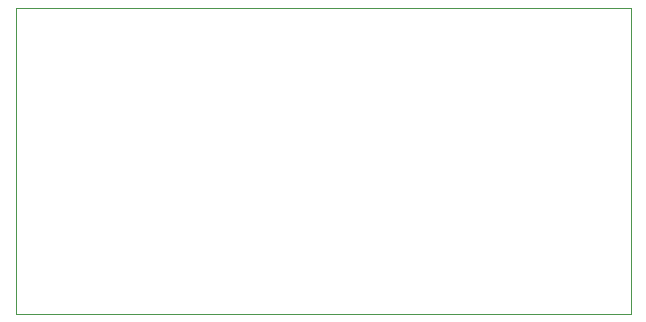
<source format=gbr>
G04 #@! TF.GenerationSoftware,KiCad,Pcbnew,(5.1.5-0-10_14)*
G04 #@! TF.CreationDate,2020-05-25T08:50:42-06:00*
G04 #@! TF.ProjectId,SHO,53484f2e-6b69-4636-9164-5f7063625858,rev?*
G04 #@! TF.SameCoordinates,Original*
G04 #@! TF.FileFunction,Profile,NP*
%FSLAX46Y46*%
G04 Gerber Fmt 4.6, Leading zero omitted, Abs format (unit mm)*
G04 Created by KiCad (PCBNEW (5.1.5-0-10_14)) date 2020-05-25 08:50:42*
%MOMM*%
%LPD*%
G04 APERTURE LIST*
%ADD10C,0.050000*%
G04 APERTURE END LIST*
D10*
X151892000Y-93980000D02*
X203962000Y-93980000D01*
X203962000Y-119888000D02*
X151892000Y-119888000D01*
X203962000Y-93980000D02*
X203962000Y-119888000D01*
X151892000Y-93980000D02*
X151892000Y-119888000D01*
M02*

</source>
